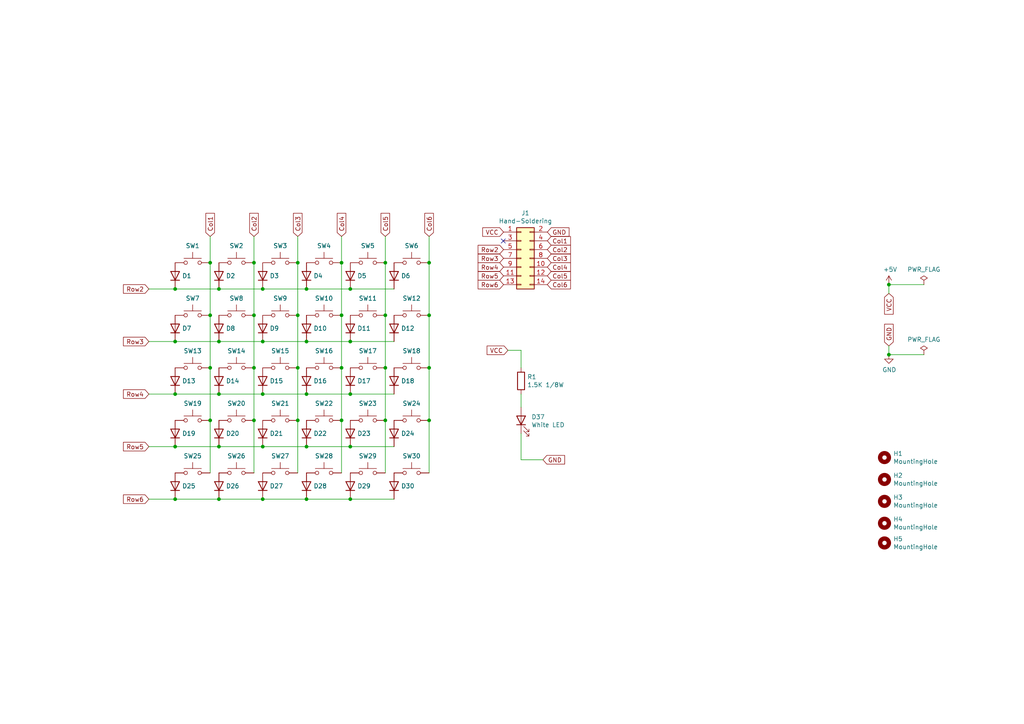
<source format=kicad_sch>
(kicad_sch (version 20211123) (generator eeschema)
  (paper "A4")
  (title_block (title "Pragmatic Input Module") (date "2021-11-20") (rev "v0.2") (company "Designed by James Sa"))
  (lib_symbols
    (symbol "Connector_Generic:Conn_02x07_Odd_Even" (pin_names (offset 1.016) hide)
      (property "Reference" "J" (at 1.27 10.16 0))
      (property "Value" "Conn_02x07_Odd_Even" (at 1.27 -10.16 0))
      (symbol "Conn_02x07_Odd_Even_1_1"
        (rectangle (start -1.27 -7.493) (end 0 -7.747) (stroke (width 0.1524)))
        (rectangle (start -1.27 -4.953) (end 0 -5.207) (stroke (width 0.1524)))
        (rectangle (start -1.27 -2.413) (end 0 -2.667) (stroke (width 0.1524)))
        (rectangle (start -1.27 0.127) (end 0 -0.127) (stroke (width 0.1524)))
        (rectangle (start -1.27 2.667) (end 0 2.413) (stroke (width 0.1524)))
        (rectangle (start -1.27 5.207) (end 0 4.953) (stroke (width 0.1524)))
        (rectangle (start -1.27 7.747) (end 0 7.493) (stroke (width 0.1524)))
        (rectangle (start -1.27 8.89) (end 3.81 -8.89) (stroke (width 0.254)) (fill (type background)))
        (rectangle (start 3.81 -7.493) (end 2.54 -7.747) (stroke (width 0.1524)))
        (rectangle (start 3.81 -4.953) (end 2.54 -5.207) (stroke (width 0.1524)))
        (rectangle (start 3.81 -2.413) (end 2.54 -2.667) (stroke (width 0.1524)))
        (rectangle (start 3.81 0.127) (end 2.54 -0.127) (stroke (width 0.1524)))
        (rectangle (start 3.81 2.667) (end 2.54 2.413) (stroke (width 0.1524)))
        (rectangle (start 3.81 5.207) (end 2.54 4.953) (stroke (width 0.1524)))
        (rectangle (start 3.81 7.747) (end 2.54 7.493) (stroke (width 0.1524)))
        (pin passive line (at -5.08 7.62 0) (length 3.81) (name "Pin_1") (number "1"))
        (pin passive line (at 7.62 -2.54 180) (length 3.81) (name "Pin_10") (number "10"))
        (pin passive line (at -5.08 -5.08 0) (length 3.81) (name "Pin_11") (number "11"))
        (pin passive line (at 7.62 -5.08 180) (length 3.81) (name "Pin_12") (number "12"))
        (pin passive line (at -5.08 -7.62 0) (length 3.81) (name "Pin_13") (number "13"))
        (pin passive line (at 7.62 -7.62 180) (length 3.81) (name "Pin_14") (number "14"))
        (pin passive line (at 7.62 7.62 180) (length 3.81) (name "Pin_2") (number "2"))
        (pin passive line (at -5.08 5.08 0) (length 3.81) (name "Pin_3") (number "3"))
        (pin passive line (at 7.62 5.08 180) (length 3.81) (name "Pin_4") (number "4"))
        (pin passive line (at -5.08 2.54 0) (length 3.81) (name "Pin_5") (number "5"))
        (pin passive line (at 7.62 2.54 180) (length 3.81) (name "Pin_6") (number "6"))
        (pin passive line (at -5.08 0 0) (length 3.81) (name "Pin_7") (number "7"))
        (pin passive line (at 7.62 0 180) (length 3.81) (name "Pin_8") (number "8"))
        (pin passive line (at -5.08 -2.54 0) (length 3.81) (name "Pin_9") (number "9"))
      )
    )
    (symbol "Device:D" (pin_numbers hide) (pin_names (offset 1.016) hide)
      (property "Reference" "D" (at 0 2.54 0))
      (property "Value" "D" (at 0 -2.54 0))
      (symbol "D_0_1"
        (polyline (pts (xy -1.27 1.27) (xy -1.27 -1.27)) (stroke (width 0.254)))
        (polyline (pts (xy 1.27 0) (xy -1.27 0)))
        (polyline (pts (xy 1.27 1.27) (xy 1.27 -1.27) (xy -1.27 0) (xy 1.27 1.27)) (stroke (width 0.254)))
      )
      (symbol "D_1_1"
        (pin passive line (at -3.81 0 0) (length 2.54) (name "K") (number "1"))
        (pin passive line (at 3.81 0 180) (length 2.54) (name "A") (number "2"))
      )
    )
    (symbol "Device:LED" (pin_numbers hide) (pin_names (offset 1.016) hide)
      (property "Reference" "D" (at 0 2.54 0))
      (property "Value" "LED" (at 0 -2.54 0))
      (symbol "LED_0_1"
        (polyline (pts (xy -1.27 -1.27) (xy -1.27 1.27)) (stroke (width 0.254)))
        (polyline (pts (xy -1.27 0) (xy 1.27 0)))
        (polyline (pts (xy 1.27 -1.27) (xy 1.27 1.27) (xy -1.27 0) (xy 1.27 -1.27)) (stroke (width 0.254)))
        (polyline (pts (xy -3.048 -0.762) (xy -4.572 -2.286) (xy -3.81 -2.286) (xy -4.572 -2.286) (xy -4.572 -1.524)))
        (polyline (pts (xy -1.778 -0.762) (xy -3.302 -2.286) (xy -2.54 -2.286) (xy -3.302 -2.286) (xy -3.302 -1.524)))
      )
      (symbol "LED_1_1"
        (pin passive line (at -3.81 0 0) (length 2.54) (name "K") (number "1"))
        (pin passive line (at 3.81 0 180) (length 2.54) (name "A") (number "2"))
      )
    )
    (symbol "Device:R" (pin_numbers hide) (pin_names (offset 0))
      (property "Reference" "R" (at 2.032 0 90))
      (property "Value" "R" (at 0 0 90))
      (symbol "R_0_1"
        (rectangle (start -1.016 -2.54) (end 1.016 2.54) (stroke (width 0.254)))
      )
      (symbol "R_1_1"
        (pin passive line (at 0 3.81 270) (length 1.27) (name "~") (number "1"))
        (pin passive line (at 0 -3.81 90) (length 1.27) (name "~") (number "2"))
      )
    )
    (symbol "Mechanical:MountingHole" (pin_names (offset 1.016))
      (property "Reference" "H" (at 0 5.08 0))
      (property "Value" "MountingHole" (at 0 3.175 0))
      (symbol "MountingHole_0_1"
        (circle (center 0 0) (radius 1.27) (stroke (width 1.27)))
      )
    )
    (symbol "Switch:SW_Push" (pin_numbers hide) (pin_names (offset 1.016) hide)
      (property "Reference" "SW" (at 1.27 2.54 0))
      (property "Value" "SW_Push" (at 0 -1.524 0))
      (symbol "SW_Push_0_1"
        (circle (center -2.032 0) (radius 0.508))
        (polyline (pts (xy 0 1.27) (xy 0 3.048)))
        (polyline (pts (xy 2.54 1.27) (xy -2.54 1.27)))
        (circle (center 2.032 0) (radius 0.508))
        (pin passive line (at -5.08 0 0) (length 2.54) (name "1") (number "1"))
        (pin passive line (at 5.08 0 180) (length 2.54) (name "2") (number "2"))
      )
    )
    (symbol "power:+5V" (power) (pin_names (offset 0))
      (property "Value" "+5V" (at 0 3.556 0))
      (symbol "+5V_0_1"
        (polyline (pts (xy -0.762 1.27) (xy 0 2.54)))
        (polyline (pts (xy 0 0) (xy 0 2.54)))
        (polyline (pts (xy 0 2.54) (xy 0.762 1.27)))
      )
      (symbol "+5V_1_1"
        (pin power_in line (at 0 0 90) (length 0) hide (name "+5V") (number "1"))
      )
    )
    (symbol "power:GND" (power) (pin_names (offset 0))
      (property "Value" "GND" (at 0 -3.81 0))
      (symbol "GND_0_1"
        (polyline (pts (xy 0 0) (xy 0 -1.27) (xy 1.27 -1.27) (xy 0 -2.54) (xy -1.27 -1.27) (xy 0 -1.27)))
      )
      (symbol "GND_1_1"
        (pin power_in line (at 0 0 270) (length 0) hide (name "GND") (number "1"))
      )
    )
    (symbol "power:PWR_FLAG" (power) (pin_numbers hide) (pin_names (offset 0) hide)
      (property "Value" "PWR_FLAG" (at 0 3.81 0))
      (symbol "PWR_FLAG_0_0"
        (pin power_out line (at 0 0 90) (length 0) (name "pwr") (number "1"))
      )
      (symbol "PWR_FLAG_0_1"
        (polyline (pts (xy 0 0) (xy 0 1.27) (xy -1.016 1.905) (xy 0 2.54) (xy 1.016 1.905) (xy 0 1.27)))
      )
    )
  )
  (junction (at 50.8 83.82))
  (junction (at 88.9 129.54))
  (junction (at 111.76 121.92))
  (junction (at 76.2 144.78))
  (junction (at 101.6 99.06))
  (junction (at 63.5 114.3))
  (junction (at 76.2 129.54))
  (junction (at 101.6 129.54))
  (junction (at 86.36 91.44))
  (junction (at 76.2 114.3))
  (junction (at 257.81 102.87))
  (junction (at 257.81 82.55))
  (junction (at 99.06 91.44))
  (junction (at 124.46 121.92))
  (junction (at 76.2 83.82))
  (junction (at 63.5 129.54))
  (junction (at 73.66 76.2))
  (junction (at 73.66 121.92))
  (junction (at 86.36 121.92))
  (junction (at 76.2 99.06))
  (junction (at 60.96 121.92))
  (junction (at 73.66 91.44))
  (junction (at 88.9 114.3))
  (junction (at 101.6 83.82))
  (junction (at 101.6 114.3))
  (junction (at 88.9 83.82))
  (junction (at 88.9 144.78))
  (junction (at 111.76 106.68))
  (junction (at 111.76 76.2))
  (junction (at 50.8 99.06))
  (junction (at 60.96 76.2))
  (junction (at 50.8 144.78))
  (junction (at 99.06 76.2))
  (junction (at 50.8 129.54))
  (junction (at 124.46 91.44))
  (junction (at 99.06 121.92))
  (junction (at 99.06 106.68))
  (junction (at 86.36 106.68))
  (junction (at 63.5 99.06))
  (junction (at 50.8 114.3))
  (junction (at 73.66 106.68))
  (junction (at 124.46 76.2))
  (junction (at 60.96 106.68))
  (junction (at 63.5 144.78))
  (junction (at 124.46 106.68))
  (junction (at 88.9 99.06))
  (junction (at 60.96 91.44))
  (junction (at 111.76 91.44))
  (junction (at 86.36 76.2))
  (junction (at 63.5 83.82))
  (junction (at 101.6 144.78))
  (no_connect (at 145.9738 69.9008))
  (wire (pts (xy 76.2 83.82) (xy 88.9 83.82)))
  (wire (pts (xy 111.76 76.2) (xy 111.76 91.44)))
  (wire (pts (xy 101.6 129.54) (xy 114.3 129.54)))
  (wire (pts (xy 73.66 121.92) (xy 73.66 137.16)))
  (wire (pts (xy 99.06 106.68) (xy 99.06 121.92)))
  (wire (pts (xy 111.76 91.44) (xy 111.76 106.68)))
  (wire (pts (xy 63.5 144.78) (xy 76.2 144.78)))
  (wire (pts (xy 43.18 144.78) (xy 50.8 144.78)))
  (wire (pts (xy 76.2 114.3) (xy 88.9 114.3)))
  (wire (pts (xy 60.96 91.44) (xy 60.96 106.68)))
  (wire (pts (xy 99.06 68.58) (xy 99.06 76.2)))
  (wire (pts (xy 50.8 83.82) (xy 63.5 83.82)))
  (wire (pts (xy 257.81 82.55) (xy 267.97 82.55)))
  (wire (pts (xy 43.18 129.54) (xy 50.8 129.54)))
  (wire (pts (xy 101.6 83.82) (xy 114.3 83.82)))
  (wire (pts (xy 60.96 68.58) (xy 60.96 76.2)))
  (wire (pts (xy 147.32 101.6) (xy 151.13 101.6)))
  (wire (pts (xy 60.96 76.2) (xy 60.96 91.44)))
  (wire (pts (xy 63.5 99.06) (xy 76.2 99.06)))
  (wire (pts (xy 99.06 121.92) (xy 99.06 137.16)))
  (wire (pts (xy 50.8 114.3) (xy 63.5 114.3)))
  (wire (pts (xy 60.96 106.68) (xy 60.96 121.92)))
  (wire (pts (xy 73.66 91.44) (xy 73.66 106.68)))
  (wire (pts (xy 101.6 144.78) (xy 114.3 144.78)))
  (wire (pts (xy 124.46 68.58) (xy 124.46 76.2)))
  (wire (pts (xy 88.9 83.82) (xy 101.6 83.82)))
  (wire (pts (xy 124.46 76.2) (xy 124.46 91.44)))
  (wire (pts (xy 86.36 91.44) (xy 86.36 106.68)))
  (wire (pts (xy 50.8 99.06) (xy 63.5 99.06)))
  (wire (pts (xy 60.96 121.92) (xy 60.96 137.16)))
  (wire (pts (xy 101.6 114.3) (xy 114.3 114.3)))
  (wire (pts (xy 145.9738 69.9008) (xy 146.05 69.85)))
  (wire (pts (xy 86.36 68.58) (xy 86.36 76.2)))
  (wire (pts (xy 257.81 100.33) (xy 257.81 102.87)))
  (wire (pts (xy 76.2 144.78) (xy 88.9 144.78)))
  (wire (pts (xy 88.9 99.06) (xy 101.6 99.06)))
  (wire (pts (xy 151.13 125.73) (xy 151.13 133.35)))
  (wire (pts (xy 124.46 121.92) (xy 124.46 137.16)))
  (wire (pts (xy 88.9 114.3) (xy 101.6 114.3)))
  (wire (pts (xy 101.6 99.06) (xy 114.3 99.06)))
  (wire (pts (xy 63.5 129.54) (xy 76.2 129.54)))
  (wire (pts (xy 43.18 114.3) (xy 50.8 114.3)))
  (wire (pts (xy 124.46 91.44) (xy 124.46 106.68)))
  (wire (pts (xy 99.06 76.2) (xy 99.06 91.44)))
  (wire (pts (xy 76.2 129.54) (xy 88.9 129.54)))
  (wire (pts (xy 99.06 91.44) (xy 99.06 106.68)))
  (wire (pts (xy 50.8 129.54) (xy 63.5 129.54)))
  (wire (pts (xy 111.76 106.68) (xy 111.76 121.92)))
  (wire (pts (xy 111.76 68.58) (xy 111.76 76.2)))
  (wire (pts (xy 86.36 76.2) (xy 86.36 91.44)))
  (wire (pts (xy 76.2 99.06) (xy 88.9 99.06)))
  (wire (pts (xy 63.5 114.3) (xy 76.2 114.3)))
  (wire (pts (xy 50.8 144.78) (xy 63.5 144.78)))
  (wire (pts (xy 151.13 114.3) (xy 151.13 118.11)))
  (wire (pts (xy 63.5 83.82) (xy 76.2 83.82)))
  (wire (pts (xy 257.81 82.55) (xy 257.81 85.09)))
  (wire (pts (xy 111.76 121.92) (xy 111.76 137.16)))
  (wire (pts (xy 267.97 102.87) (xy 257.81 102.87)))
  (wire (pts (xy 88.9 129.54) (xy 101.6 129.54)))
  (wire (pts (xy 86.36 106.68) (xy 86.36 121.92)))
  (wire (pts (xy 151.13 133.35) (xy 157.48 133.35)))
  (wire (pts (xy 73.66 76.2) (xy 73.66 91.44)))
  (wire (pts (xy 124.46 106.68) (xy 124.46 121.92)))
  (wire (pts (xy 86.36 121.92) (xy 86.36 137.16)))
  (wire (pts (xy 43.18 83.82) (xy 50.8 83.82)))
  (wire (pts (xy 73.66 68.58) (xy 73.66 76.2)))
  (wire (pts (xy 73.66 106.68) (xy 73.66 121.92)))
  (wire (pts (xy 151.13 101.6) (xy 151.13 106.68)))
  (wire (pts (xy 88.9 144.78) (xy 101.6 144.78)))
  (wire (pts (xy 43.18 99.06) (xy 50.8 99.06)))
  (global_label "GND" (shape input) (at 257.81 100.33 90) (property "Intersheet References" "${INTERSHEET_REFS}" (effects hide)))
  (global_label "VCC" (shape input) (at 257.81 85.09 270) (property "Intersheet References" "${INTERSHEET_REFS}" (effects hide)))
  (global_label "Row5" (shape input) (at 43.18 129.54 180) (property "Intersheet References" "${INTERSHEET_REFS}" (effects hide)))
  (global_label "Row3" (shape input) (at 146.05 74.93 180) (property "Intersheet References" "${INTERSHEET_REFS}" (effects hide)))
  (global_label "Col1" (shape input) (at 158.75 69.85 0) (property "Intersheet References" "${INTERSHEET_REFS}" (effects hide)))
  (global_label "Row4" (shape input) (at 146.05 77.47 180) (property "Intersheet References" "${INTERSHEET_REFS}" (effects hide)))
  (global_label "Col4" (shape input) (at 158.75 77.47 0) (property "Intersheet References" "${INTERSHEET_REFS}" (effects hide)))
  (global_label "Col2" (shape input) (at 158.75 72.39 0) (property "Intersheet References" "${INTERSHEET_REFS}" (effects hide)))
  (global_label "Row6" (shape input) (at 43.18 144.78 180) (property "Intersheet References" "${INTERSHEET_REFS}" (effects hide)))
  (global_label "Col4" (shape input) (at 99.06 68.58 90) (property "Intersheet References" "${INTERSHEET_REFS}" (effects hide)))
  (global_label "GND" (shape input) (at 158.75 67.31 0) (property "Intersheet References" "${INTERSHEET_REFS}" (effects hide)))
  (global_label "Col6" (shape input) (at 158.75 82.55 0) (property "Intersheet References" "${INTERSHEET_REFS}" (effects hide)))
  (global_label "Col2" (shape input) (at 73.66 68.58 90) (property "Intersheet References" "${INTERSHEET_REFS}" (effects hide)))
  (global_label "Col3" (shape input) (at 158.75 74.93 0) (property "Intersheet References" "${INTERSHEET_REFS}" (effects hide)))
  (global_label "Row5" (shape input) (at 146.05 80.01 180) (property "Intersheet References" "${INTERSHEET_REFS}" (effects hide)))
  (global_label "Row2" (shape input) (at 146.05 72.39 180) (property "Intersheet References" "${INTERSHEET_REFS}" (effects hide)))
  (global_label "Col1" (shape input) (at 60.96 68.58 90) (property "Intersheet References" "${INTERSHEET_REFS}" (effects hide)))
  (global_label "Row6" (shape input) (at 146.05 82.55 180) (property "Intersheet References" "${INTERSHEET_REFS}" (effects hide)))
  (global_label "Col6" (shape input) (at 124.46 68.58 90) (property "Intersheet References" "${INTERSHEET_REFS}" (effects hide)))
  (global_label "GND" (shape input) (at 157.48 133.35 0) (property "Intersheet References" "${INTERSHEET_REFS}" (effects hide)))
  (global_label "VCC" (shape input) (at 146.05 67.31 180) (property "Intersheet References" "${INTERSHEET_REFS}" (effects hide)))
  (global_label "Row3" (shape input) (at 43.18 99.06 180) (property "Intersheet References" "${INTERSHEET_REFS}" (effects hide)))
  (global_label "Col3" (shape input) (at 86.36 68.58 90) (property "Intersheet References" "${INTERSHEET_REFS}" (effects hide)))
  (global_label "Row4" (shape input) (at 43.18 114.3 180) (property "Intersheet References" "${INTERSHEET_REFS}" (effects hide)))
  (global_label "Row2" (shape input) (at 43.18 83.82 180) (property "Intersheet References" "${INTERSHEET_REFS}" (effects hide)))
  (global_label "VCC" (shape input) (at 147.32 101.6 180) (property "Intersheet References" "${INTERSHEET_REFS}" (effects hide)))
  (global_label "Col5" (shape input) (at 158.75 80.01 0) (property "Intersheet References" "${INTERSHEET_REFS}" (effects hide)))
  (global_label "Col5" (shape input) (at 111.76 68.58 90) (property "Intersheet References" "${INTERSHEET_REFS}" (effects hide)))
  (symbol (lib_id "power:+5V") (at 257.81 82.55 0) (unit 1)
    (property "Reference" "#PWR01" (effects hide))
    (property "Value" "+5V" (at 258.191 78.1558 0))
  )
  (symbol (lib_id "power:PWR_FLAG") (at 267.97 82.55 0) (unit 1)
    (property "Reference" "#FLG0101" (effects hide))
    (property "Value" "PWR_FLAG" (at 267.97 78.1558 0))
  )
  (symbol (lib_id "Device:D") (at 50.8 95.25 90) (unit 1)
    (property "Reference" "D7" (at 52.832 95.25 90) (effects (justify right)))
    (property "Value" "1N4148" (effects hide))
    (property "Footprint" "Keyboard_Foostan:D3_SMD_v2" (effects hide))
    (property "LCSC" "C81598" (effects hide))
  )
  (symbol (lib_id "Switch:SW_Push") (at 55.88 91.44 0) (unit 1)
    (property "Reference" "SW7" (at 55.88 86.5378 0))
    (property "Value" "SW_Push" (effects hide))
    (property "Footprint" "Keyboard_JSA:MX_Hotswap_MX_Choc_Solder" (effects hide))
    (property "LCSC" "C2803348" (effects hide))
  )
  (symbol (lib_id "power:PWR_FLAG") (at 267.97 102.87 0) (unit 1)
    (property "Reference" "#FLG0102" (effects hide))
    (property "Value" "PWR_FLAG" (at 267.97 98.4758 0))
  )
  (symbol (lib_id "Device:D") (at 50.8 125.73 90) (unit 1)
    (property "Reference" "D19" (at 52.832 125.73 90) (effects (justify right)))
    (property "Value" "1N4148" (effects hide))
    (property "Footprint" "Keyboard_Foostan:D3_SMD_v2" (effects hide))
    (property "LCSC" "C81598" (effects hide))
  )
  (symbol (lib_id "Switch:SW_Push") (at 55.88 121.92 0) (unit 1)
    (property "Reference" "SW19" (at 55.88 117.0178 0))
    (property "Value" "SW_Push" (effects hide))
    (property "Footprint" "Keyboard_JSA:MX_Hotswap_MX_Choc_Solder" (effects hide))
    (property "LCSC" "C2803348" (effects hide))
  )
  (symbol (lib_id "Device:D") (at 63.5 95.25 90) (unit 1)
    (property "Reference" "D8" (at 65.532 95.25 90) (effects (justify right)))
    (property "Value" "1N4148" (effects hide))
    (property "Footprint" "Keyboard_Foostan:D3_SMD_v2" (effects hide))
    (property "LCSC" "C81598" (effects hide))
  )
  (symbol (lib_id "Switch:SW_Push") (at 68.58 91.44 0) (unit 1)
    (property "Reference" "SW8" (at 68.58 86.5378 0))
    (property "Value" "SW_Push" (effects hide))
    (property "Footprint" "Keyboard_JSA:MX_Hotswap_MX_Choc_Solder" (effects hide))
    (property "LCSC" "C2803348" (effects hide))
  )
  (symbol (lib_id "power:GND") (at 257.81 102.87 0) (unit 1)
    (property "Reference" "#PWR02" (effects hide))
    (property "Value" "GND" (at 257.937 107.2642 0))
  )
  (symbol (lib_id "Device:D") (at 76.2 80.01 90) (unit 1)
    (property "Reference" "D3" (at 78.232 80.01 90) (effects (justify right)))
    (property "Value" "1N4148" (effects hide))
    (property "Footprint" "Keyboard_Foostan:D3_SMD_v2" (effects hide))
    (property "LCSC" "C81598" (effects hide))
  )
  (symbol (lib_id "Switch:SW_Push") (at 81.28 76.2 0) (unit 1)
    (property "Reference" "SW3" (at 81.28 71.2978 0))
    (property "Value" "SW_Push" (effects hide))
    (property "Footprint" "Keyboard_JSA:MX_Hotswap_MX_Choc_Solder" (effects hide))
    (property "LCSC" "C2803348" (effects hide))
  )
  (symbol (lib_id "Device:D") (at 88.9 80.01 90) (unit 1)
    (property "Reference" "D4" (at 90.932 80.01 90) (effects (justify right)))
    (property "Value" "1N4148" (effects hide))
    (property "Footprint" "Keyboard_Foostan:D3_SMD_v2" (effects hide))
    (property "LCSC" "C81598" (effects hide))
  )
  (symbol (lib_id "Switch:SW_Push") (at 93.98 76.2 0) (unit 1)
    (property "Reference" "SW4" (at 93.98 71.2978 0))
    (property "Value" "SW_Push" (effects hide))
    (property "Footprint" "Keyboard_JSA:MX_Hotswap_MX_Choc_Solder" (effects hide))
    (property "LCSC" "C2803348" (effects hide))
  )
  (symbol (lib_id "Device:D") (at 101.6 80.01 90) (unit 1)
    (property "Reference" "D5" (at 103.632 80.01 90) (effects (justify right)))
    (property "Value" "1N4148" (effects hide))
    (property "Footprint" "Keyboard_Foostan:D3_SMD_v2" (effects hide))
    (property "LCSC" "C81598" (effects hide))
  )
  (symbol (lib_id "Switch:SW_Push") (at 106.68 76.2 0) (unit 1)
    (property "Reference" "SW5" (at 106.68 71.2978 0))
    (property "Value" "SW_Push" (effects hide))
    (property "Footprint" "Keyboard_JSA:MX_Hotswap_MX_Choc_Solder" (effects hide))
    (property "LCSC" "C2803348" (effects hide))
  )
  (symbol (lib_id "Device:D") (at 114.3 80.01 90) (unit 1)
    (property "Reference" "D6" (at 116.332 80.01 90) (effects (justify right)))
    (property "Value" "1N4148" (effects hide))
    (property "Footprint" "Keyboard_Foostan:D3_SMD_v2" (effects hide))
    (property "LCSC" "C81598" (effects hide))
  )
  (symbol (lib_id "Switch:SW_Push") (at 119.38 76.2 0) (unit 1)
    (property "Reference" "SW6" (at 119.38 71.2978 0))
    (property "Value" "SW_Push" (effects hide))
    (property "Footprint" "Keyboard_JSA:MX_Hotswap_MX_Choc_Solder" (effects hide))
    (property "LCSC" "C2803348" (effects hide))
  )
  (symbol (lib_id "Device:D") (at 50.8 80.01 90) (unit 1)
    (property "Reference" "D1" (at 52.832 80.01 90) (effects (justify right)))
    (property "Value" "1N4148" (effects hide))
    (property "Footprint" "Keyboard_Foostan:D3_SMD_v2" (effects hide))
    (property "Datasheet" "https://datasheet.lcsc.com/lcsc/1811061725_ST-Semtech-1N4148W_C81598.pdf" (effects hide))
    (property "LCSC" "C81598" (effects hide))
  )
  (symbol (lib_id "Switch:SW_Push") (at 55.88 76.2 0) (unit 1)
    (property "Reference" "SW1" (at 55.88 71.2978 0))
    (property "Value" "SW_Push" (effects hide))
    (property "Footprint" "Keyboard_JSA:MX_Hotswap_MX_Choc_Solder" (effects hide))
    (property "LCSC" "C2803348" (effects hide))
  )
  (symbol (lib_id "Device:D") (at 63.5 80.01 90) (unit 1)
    (property "Reference" "D2" (at 65.532 80.01 90) (effects (justify right)))
    (property "Value" "1N4148" (effects hide))
    (property "Footprint" "Keyboard_Foostan:D3_SMD_v2" (effects hide))
    (property "LCSC" "C81598" (effects hide))
  )
  (symbol (lib_id "Switch:SW_Push") (at 68.58 76.2 0) (unit 1)
    (property "Reference" "SW2" (at 68.58 71.2978 0))
    (property "Value" "SW_Push" (effects hide))
    (property "Footprint" "Keyboard_JSA:MX_Hotswap_MX_Choc_Solder" (effects hide))
    (property "LCSC" "C2803348" (effects hide))
  )
  (symbol (lib_id "Device:D") (at 76.2 95.25 90) (unit 1)
    (property "Reference" "D9" (at 78.232 95.25 90) (effects (justify right)))
    (property "Value" "1N4148" (effects hide))
    (property "Footprint" "Keyboard_Foostan:D3_SMD_v2" (effects hide))
    (property "LCSC" "C81598" (effects hide))
  )
  (symbol (lib_id "Switch:SW_Push") (at 81.28 91.44 0) (unit 1)
    (property "Reference" "SW9" (at 81.28 86.5378 0))
    (property "Value" "SW_Push" (effects hide))
    (property "Footprint" "Keyboard_JSA:MX_Hotswap_MX_Choc_Solder" (effects hide))
    (property "LCSC" "C2803348" (effects hide))
  )
  (symbol (lib_id "Device:D") (at 88.9 95.25 90) (unit 1)
    (property "Reference" "D10" (at 90.932 95.25 90) (effects (justify right)))
    (property "Value" "1N4148" (effects hide))
    (property "Footprint" "Keyboard_Foostan:D3_SMD_v2" (effects hide))
    (property "LCSC" "C81598" (effects hide))
  )
  (symbol (lib_id "Switch:SW_Push") (at 93.98 91.44 0) (unit 1)
    (property "Reference" "SW10" (at 93.98 86.5378 0))
    (property "Value" "SW_Push" (effects hide))
    (property "Footprint" "Keyboard_JSA:MX_Hotswap_MX_Choc_Solder" (effects hide))
    (property "LCSC" "C2803348" (effects hide))
  )
  (symbol (lib_id "Device:D") (at 101.6 95.25 90) (unit 1)
    (property "Reference" "D11" (at 103.632 95.25 90) (effects (justify right)))
    (property "Value" "1N4148" (effects hide))
    (property "Footprint" "Keyboard_Foostan:D3_SMD_v2" (effects hide))
    (property "LCSC" "C81598" (effects hide))
  )
  (symbol (lib_id "Switch:SW_Push") (at 106.68 91.44 0) (unit 1)
    (property "Reference" "SW11" (at 106.68 86.5378 0))
    (property "Value" "SW_Push" (effects hide))
    (property "Footprint" "Keyboard_JSA:MX_Hotswap_MX_Choc_Solder" (effects hide))
    (property "LCSC" "C2803348" (effects hide))
  )
  (symbol (lib_id "Device:D") (at 114.3 95.25 90) (unit 1)
    (property "Reference" "D12" (at 116.332 95.25 90) (effects (justify right)))
    (property "Value" "1N4148" (effects hide))
    (property "Footprint" "Keyboard_Foostan:D3_SMD_v2" (effects hide))
    (property "LCSC" "C81598" (effects hide))
  )
  (symbol (lib_id "Switch:SW_Push") (at 119.38 91.44 0) (unit 1)
    (property "Reference" "SW12" (at 119.38 86.5378 0))
    (property "Value" "SW_Push" (effects hide))
    (property "Footprint" "Keyboard_JSA:MX_Hotswap_MX_Choc_Solder" (effects hide))
    (property "LCSC" "C2803348" (effects hide))
  )
  (symbol (lib_id "Device:D") (at 63.5 110.49 90) (unit 1)
    (property "Reference" "D14" (at 65.532 110.49 90) (effects (justify right)))
    (property "Value" "1N4148" (effects hide))
    (property "Footprint" "Keyboard_Foostan:D3_SMD_v2" (effects hide))
    (property "LCSC" "C81598" (effects hide))
  )
  (symbol (lib_id "Switch:SW_Push") (at 68.58 106.68 0) (unit 1)
    (property "Reference" "SW14" (at 68.58 101.7778 0))
    (property "Value" "SW_Push" (effects hide))
    (property "Footprint" "Keyboard_JSA:MX_Hotswap_MX_Choc_Solder" (effects hide))
    (property "LCSC" "C2803348" (effects hide))
  )
  (symbol (lib_id "Device:D") (at 76.2 110.49 90) (unit 1)
    (property "Reference" "D15" (at 78.232 110.49 90) (effects (justify right)))
    (property "Value" "1N4148" (effects hide))
    (property "Footprint" "Keyboard_Foostan:D3_SMD_v2" (effects hide))
    (property "LCSC" "C81598" (effects hide))
  )
  (symbol (lib_id "Switch:SW_Push") (at 81.28 106.68 0) (unit 1)
    (property "Reference" "SW15" (at 81.28 101.7778 0))
    (property "Value" "SW_Push" (effects hide))
    (property "Footprint" "Keyboard_JSA:MX_Hotswap_MX_Choc_Solder" (effects hide))
    (property "LCSC" "C2803348" (effects hide))
  )
  (symbol (lib_id "Device:D") (at 88.9 110.49 90) (unit 1)
    (property "Reference" "D16" (at 90.932 110.49 90) (effects (justify right)))
    (property "Value" "1N4148" (effects hide))
    (property "Footprint" "Keyboard_Foostan:D3_SMD_v2" (effects hide))
    (property "LCSC" "C81598" (effects hide))
  )
  (symbol (lib_id "Switch:SW_Push") (at 93.98 106.68 0) (unit 1)
    (property "Reference" "SW16" (at 93.98 101.7778 0))
    (property "Value" "SW_Push" (effects hide))
    (property "Footprint" "Keyboard_JSA:MX_Hotswap_MX_Choc_Solder" (effects hide))
    (property "LCSC" "C2803348" (effects hide))
  )
  (symbol (lib_id "Device:D") (at 101.6 110.49 90) (unit 1)
    (property "Reference" "D17" (at 103.632 110.49 90) (effects (justify right)))
    (property "Value" "1N4148" (effects hide))
    (property "Footprint" "Keyboard_Foostan:D3_SMD_v2" (effects hide))
    (property "LCSC" "C81598" (effects hide))
  )
  (symbol (lib_id "Switch:SW_Push") (at 106.68 106.68 0) (unit 1)
    (property "Reference" "SW17" (at 106.68 101.7778 0))
    (property "Value" "SW_Push" (effects hide))
    (property "Footprint" "Keyboard_JSA:MX_Hotswap_MX_Choc_Solder" (effects hide))
    (property "LCSC" "C2803348" (effects hide))
  )
  (symbol (lib_id "Device:D") (at 114.3 110.49 90) (unit 1)
    (property "Reference" "D18" (at 116.332 110.49 90) (effects (justify right)))
    (property "Value" "1N4148" (effects hide))
    (property "Footprint" "Keyboard_Foostan:D3_SMD_v2" (effects hide))
    (property "LCSC" "C81598" (effects hide))
  )
  (symbol (lib_id "Switch:SW_Push") (at 119.38 106.68 0) (unit 1)
    (property "Reference" "SW18" (at 119.38 101.7778 0))
    (property "Value" "SW_Push" (effects hide))
    (property "Footprint" "Keyboard_JSA:MX_Hotswap_MX_Choc_Solder" (effects hide))
    (property "LCSC" "C2803348" (effects hide))
  )
  (symbol (lib_id "Device:D") (at 50.8 110.49 90) (unit 1)
    (property "Reference" "D13" (at 52.832 110.49 90) (effects (justify right)))
    (property "Value" "1N4148" (effects hide))
    (property "Footprint" "Keyboard_Foostan:D3_SMD_v2" (effects hide))
    (property "LCSC" "C81598" (effects hide))
  )
  (symbol (lib_id "Switch:SW_Push") (at 55.88 106.68 0) (unit 1)
    (property "Reference" "SW13" (at 55.88 101.7778 0))
    (property "Value" "SW_Push" (effects hide))
    (property "Footprint" "Keyboard_JSA:MX_Hotswap_MX_Choc_Solder" (effects hide))
    (property "LCSC" "C2803348" (effects hide))
  )
  (symbol (lib_id "Device:D") (at 63.5 125.73 90) (unit 1)
    (property "Reference" "D20" (at 65.532 125.73 90) (effects (justify right)))
    (property "Value" "1N4148" (effects hide))
    (property "Footprint" "Keyboard_Foostan:D3_SMD_v2" (effects hide))
    (property "LCSC" "C81598" (effects hide))
  )
  (symbol (lib_id "Switch:SW_Push") (at 68.58 121.92 0) (unit 1)
    (property "Reference" "SW20" (at 68.58 117.0178 0))
    (property "Value" "SW_Push" (effects hide))
    (property "Footprint" "Keyboard_JSA:MX_Hotswap_MX_Choc_Solder" (effects hide))
    (property "LCSC" "C2803348" (effects hide))
  )
  (symbol (lib_id "Device:D") (at 76.2 125.73 90) (unit 1)
    (property "Reference" "D21" (at 78.232 125.73 90) (effects (justify right)))
    (property "Value" "1N4148" (effects hide))
    (property "Footprint" "Keyboard_Foostan:D3_SMD_v2" (effects hide))
    (property "LCSC" "C81598" (effects hide))
  )
  (symbol (lib_id "Switch:SW_Push") (at 81.28 121.92 0) (unit 1)
    (property "Reference" "SW21" (at 81.28 117.0178 0))
    (property "Value" "SW_Push" (effects hide))
    (property "Footprint" "Keyboard_JSA:MX_Hotswap_MX_Choc_Solder" (effects hide))
    (property "LCSC" "C2803348" (effects hide))
  )
  (symbol (lib_id "Device:D") (at 88.9 125.73 90) (unit 1)
    (property "Reference" "D22" (at 90.932 125.73 90) (effects (justify right)))
    (property "Value" "1N4148" (effects hide))
    (property "Footprint" "Keyboard_Foostan:D3_SMD_v2" (effects hide))
    (property "LCSC" "C81598" (effects hide))
  )
  (symbol (lib_id "Switch:SW_Push") (at 93.98 121.92 0) (unit 1)
    (property "Reference" "SW22" (at 93.98 117.0178 0))
    (property "Value" "SW_Push" (effects hide))
    (property "Footprint" "Keyboard_JSA:MX_Hotswap_MX_Choc_Solder" (effects hide))
    (property "LCSC" "C2803348" (effects hide))
  )
  (symbol (lib_id "Device:D") (at 101.6 125.73 90) (unit 1)
    (property "Reference" "D23" (at 103.632 125.73 90) (effects (justify right)))
    (property "Value" "1N4148" (effects hide))
    (property "Footprint" "Keyboard_Foostan:D3_SMD_v2" (effects hide))
    (property "LCSC" "C81598" (effects hide))
  )
  (symbol (lib_id "Switch:SW_Push") (at 106.68 121.92 0) (unit 1)
    (property "Reference" "SW23" (at 106.68 117.0178 0))
    (property "Value" "SW_Push" (effects hide))
    (property "Footprint" "Keyboard_JSA:MX_Hotswap_MX_Choc_Solder" (effects hide))
    (property "LCSC" "C2803348" (effects hide))
  )
  (symbol (lib_id "Device:D") (at 114.3 125.73 90) (unit 1)
    (property "Reference" "D24" (at 116.332 125.73 90) (effects (justify right)))
    (property "Value" "1N4148" (effects hide))
    (property "Footprint" "Keyboard_Foostan:D3_SMD_v2" (effects hide))
    (property "LCSC" "C81598" (effects hide))
  )
  (symbol (lib_id "Switch:SW_Push") (at 119.38 121.92 0) (unit 1)
    (property "Reference" "SW24" (at 119.38 117.0178 0))
    (property "Value" "SW_Push" (effects hide))
    (property "Footprint" "Keyboard_JSA:MX_Hotswap_MX_Choc_Solder" (effects hide))
    (property "LCSC" "C2803348" (effects hide))
  )
  (symbol (lib_id "Device:D") (at 50.8 140.97 90) (unit 1)
    (property "Reference" "D25" (at 52.832 140.97 90) (effects (justify right)))
    (property "Value" "1N4148" (effects hide))
    (property "Footprint" "Keyboard_Foostan:D3_SMD_v2" (effects hide))
    (property "LCSC" "C81598" (effects hide))
  )
  (symbol (lib_id "Switch:SW_Push") (at 55.88 137.16 0) (unit 1)
    (property "Reference" "SW25" (at 55.88 132.2578 0))
    (property "Value" "SW_Push" (effects hide))
    (property "Footprint" "Keyboard_JSA:MX_Hotswap_MX_Choc_Solder" (effects hide))
    (property "LCSC" "C2803348" (effects hide))
  )
  (symbol (lib_id "Device:D") (at 63.5 140.97 90) (unit 1)
    (property "Reference" "D26" (at 65.532 140.97 90) (effects (justify right)))
    (property "Value" "1N4148" (effects hide))
    (property "Footprint" "Keyboard_Foostan:D3_SMD_v2" (effects hide))
    (property "LCSC" "C81598" (effects hide))
  )
  (symbol (lib_id "Switch:SW_Push") (at 68.58 137.16 0) (unit 1)
    (property "Reference" "SW26" (at 68.58 132.2578 0))
    (property "Value" "SW_Push" (effects hide))
    (property "Footprint" "Keyboard_JSA:MX_Hotswap_MX_Choc_Solder" (effects hide))
    (property "LCSC" "C2803348" (effects hide))
  )
  (symbol (lib_id "Device:D") (at 76.2 140.97 90) (unit 1)
    (property "Reference" "D27" (at 78.232 140.97 90) (effects (justify right)))
    (property "Value" "1N4148" (effects hide))
    (property "Footprint" "Keyboard_Foostan:D3_SMD_v2" (effects hide))
    (property "LCSC" "C81598" (effects hide))
  )
  (symbol (lib_id "Switch:SW_Push") (at 81.28 137.16 0) (unit 1)
    (property "Reference" "SW27" (at 81.28 132.2578 0))
    (property "Value" "SW_Push" (effects hide))
    (property "Footprint" "Keyboard_JSA:MX_Hotswap_MX_Choc_Solder" (effects hide))
    (property "LCSC" "C2803348" (effects hide))
  )
  (symbol (lib_id "Device:D") (at 88.9 140.97 90) (unit 1)
    (property "Reference" "D28" (at 90.932 140.97 90) (effects (justify right)))
    (property "Value" "1N4148" (effects hide))
    (property "Footprint" "Keyboard_Foostan:D3_SMD_v2" (effects hide))
    (property "LCSC" "C81598" (effects hide))
  )
  (symbol (lib_id "Switch:SW_Push") (at 93.98 137.16 0) (unit 1)
    (property "Reference" "SW28" (at 93.98 132.2578 0))
    (property "Value" "SW_Push" (effects hide))
    (property "Footprint" "Keyboard_JSA:MX_Hotswap_MX_Choc_Solder" (effects hide))
    (property "LCSC" "C2803348" (effects hide))
  )
  (symbol (lib_id "Device:D") (at 101.6 140.97 90) (unit 1)
    (property "Reference" "D29" (at 103.632 140.97 90) (effects (justify right)))
    (property "Value" "1N4148" (effects hide))
    (property "Footprint" "Keyboard_Foostan:D3_SMD_v2" (effects hide))
    (property "LCSC" "C81598" (effects hide))
  )
  (symbol (lib_id "Switch:SW_Push") (at 106.68 137.16 0) (unit 1)
    (property "Reference" "SW29" (at 106.68 132.2578 0))
    (property "Value" "SW_Push" (effects hide))
    (property "Footprint" "Keyboard_JSA:MX_Hotswap_MX_Choc_Solder" (effects hide))
    (property "LCSC" "C2803348" (effects hide))
  )
  (symbol (lib_id "Device:D") (at 114.3 140.97 90) (unit 1)
    (property "Reference" "D30" (at 116.332 140.97 90) (effects (justify right)))
    (property "Value" "1N4148" (effects hide))
    (property "Footprint" "Keyboard_Foostan:D3_SMD_v2" (effects hide))
    (property "LCSC" "C81598" (effects hide))
  )
  (symbol (lib_id "Switch:SW_Push") (at 119.38 137.16 0) (unit 1)
    (property "Reference" "SW30" (at 119.38 132.2578 0))
    (property "Value" "SW_Push" (effects hide))
    (property "Footprint" "Keyboard_JSA:MX_Hotswap_MX_Choc_Solder" (effects hide))
    (property "LCSC" "C2803348" (effects hide))
  )
  (symbol (lib_id "Mechanical:MountingHole") (at 256.54 157.48 0) (unit 1)
    (property "Reference" "H5" (at 259.08 156.3116 0) (effects (justify left)))
    (property "Value" "MountingHole" (at 259.08 158.623 0) (effects (justify left)))
    (property "Footprint" "MountingHole:MountingHole_2.5mm" (effects hide))
  )
  (symbol (lib_id "Device:R") (at 151.13 110.49 0) (unit 1)
    (property "Reference" "R1" (at 152.908 109.3216 0) (effects (justify left)))
    (property "Value" "1.5K 1/8W" (at 152.908 111.633 0) (effects (justify left)))
    (property "Footprint" "Resistor_SMD:R_0805_2012Metric_Pad1.20x1.40mm_HandSolder" (effects hide))
    (property "Datasheet" "https://datasheet.lcsc.com/lcsc/1810281220_UNI-ROYAL-Uniroyal-Elec-0805W8F1501T5E_C4310.pdf" (effects hide))
    (property "LCSC" "C4310" (effects hide))
  )
  (symbol (lib_id "Device:LED") (at 151.13 121.92 90) (unit 1)
    (property "Reference" "D37" (at 154.1272 120.9294 90) (effects (justify right)))
    (property "Value" "White LED" (at 154.1272 123.2408 90) (effects (justify right)))
    (property "Footprint" "LED_SMD:LED_0805_2012Metric_Pad1.15x1.40mm_HandSolder" (effects hide))
    (property "Datasheet" "https://datasheet.lcsc.com/lcsc/1912111437_Yongyu-Photoelectric-SZYY0805W_C434434.pdf" (effects hide))
    (property "LCSC" "C434434" (effects hide))
  )
  (symbol (lib_id "Connector_Generic:Conn_02x07_Odd_Even") (at 151.13 74.93 0) (unit 1)
    (property "Reference" "J1" (at 152.4 61.7982 0))
    (property "Value" "Hand-Soldering" (at 152.4 64.1096 0))
    (property "Footprint" "Connector_IDC:IDC-Header_2x07_P2.54mm_Vertical" (effects hide))
    (property "LCSC" "C3406" (effects hide))
  )
  (symbol (lib_id "Mechanical:MountingHole") (at 256.54 132.715 0) (unit 1)
    (property "Reference" "H1" (at 259.08 131.5466 0) (effects (justify left)))
    (property "Value" "MountingHole" (at 259.08 133.858 0) (effects (justify left)))
    (property "Footprint" "MountingHole:MountingHole_2.5mm" (effects hide))
  )
  (symbol (lib_id "Mechanical:MountingHole") (at 256.54 139.065 0) (unit 1)
    (property "Reference" "H2" (at 259.08 137.8966 0) (effects (justify left)))
    (property "Value" "MountingHole" (at 259.08 140.208 0) (effects (justify left)))
    (property "Footprint" "MountingHole:MountingHole_2.5mm" (effects hide))
  )
  (symbol (lib_id "Mechanical:MountingHole") (at 256.54 145.415 0) (unit 1)
    (property "Reference" "H3" (at 259.08 144.2466 0) (effects (justify left)))
    (property "Value" "MountingHole" (at 259.08 146.558 0) (effects (justify left)))
    (property "Footprint" "MountingHole:MountingHole_2.5mm" (effects hide))
  )
  (symbol (lib_id "Mechanical:MountingHole") (at 256.54 151.765 0) (unit 1)
    (property "Reference" "H4" (at 259.08 150.5966 0) (effects (justify left)))
    (property "Value" "MountingHole" (at 259.08 152.908 0) (effects (justify left)))
    (property "Footprint" "MountingHole:MountingHole_2.5mm" (effects hide))
  )
)
</source>
